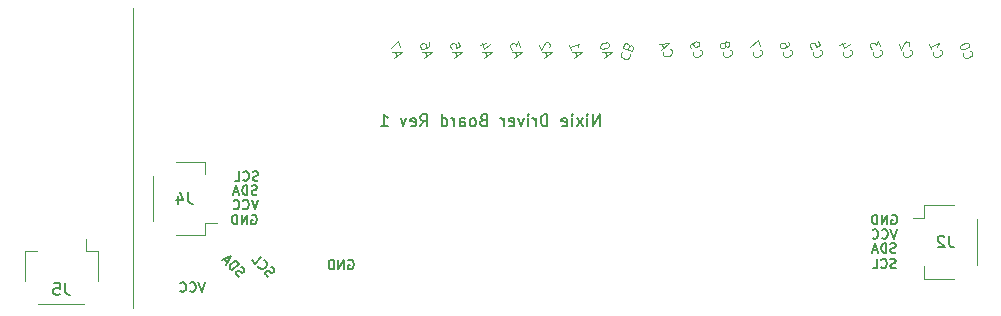
<source format=gbr>
%TF.GenerationSoftware,KiCad,Pcbnew,7.0.7*%
%TF.CreationDate,2023-10-03T22:28:34+01:00*%
%TF.ProjectId,nixie-controller-breakaway,6e697869-652d-4636-9f6e-74726f6c6c65,rev?*%
%TF.SameCoordinates,Original*%
%TF.FileFunction,Legend,Bot*%
%TF.FilePolarity,Positive*%
%FSLAX46Y46*%
G04 Gerber Fmt 4.6, Leading zero omitted, Abs format (unit mm)*
G04 Created by KiCad (PCBNEW 7.0.7) date 2023-10-03 22:28:34*
%MOMM*%
%LPD*%
G01*
G04 APERTURE LIST*
%ADD10C,0.120000*%
%ADD11C,0.100000*%
%ADD12C,0.150000*%
G04 APERTURE END LIST*
D10*
X44750000Y-54750000D02*
X44750000Y-55850000D01*
X44750000Y-55850000D02*
X44750000Y-30500000D01*
D11*
X94719508Y-34209234D02*
X94696740Y-34258061D01*
X94696740Y-34258061D02*
X94700030Y-34378484D01*
X94700030Y-34378484D02*
X94726089Y-34450080D01*
X94726089Y-34450080D02*
X94800975Y-34544444D01*
X94800975Y-34544444D02*
X94898629Y-34589981D01*
X94898629Y-34589981D02*
X94983254Y-34599720D01*
X94983254Y-34599720D02*
X95139474Y-34583401D01*
X95139474Y-34583401D02*
X95246868Y-34544313D01*
X95246868Y-34544313D02*
X95377030Y-34456397D01*
X95377030Y-34456397D02*
X95435596Y-34394541D01*
X95435596Y-34394541D02*
X95481133Y-34296887D01*
X95481133Y-34296887D02*
X95477843Y-34176464D01*
X95477843Y-34176464D02*
X95451784Y-34104868D01*
X95451784Y-34104868D02*
X95376898Y-34010504D01*
X95376898Y-34010504D02*
X95328071Y-33987736D01*
X94921134Y-33649367D02*
X94982991Y-33707933D01*
X94982991Y-33707933D02*
X95031818Y-33730702D01*
X95031818Y-33730702D02*
X95116443Y-33740441D01*
X95116443Y-33740441D02*
X95152241Y-33727412D01*
X95152241Y-33727412D02*
X95210807Y-33665555D01*
X95210807Y-33665555D02*
X95233576Y-33616728D01*
X95233576Y-33616728D02*
X95243315Y-33532103D01*
X95243315Y-33532103D02*
X95191197Y-33388912D01*
X95191197Y-33388912D02*
X95129341Y-33330346D01*
X95129341Y-33330346D02*
X95080514Y-33307577D01*
X95080514Y-33307577D02*
X94995889Y-33297838D01*
X94995889Y-33297838D02*
X94960091Y-33310867D01*
X94960091Y-33310867D02*
X94901525Y-33372724D01*
X94901525Y-33372724D02*
X94878756Y-33421551D01*
X94878756Y-33421551D02*
X94869017Y-33506176D01*
X94869017Y-33506176D02*
X94921134Y-33649367D01*
X94921134Y-33649367D02*
X94911395Y-33733992D01*
X94911395Y-33733992D02*
X94888627Y-33782819D01*
X94888627Y-33782819D02*
X94830060Y-33844676D01*
X94830060Y-33844676D02*
X94686869Y-33896793D01*
X94686869Y-33896793D02*
X94602244Y-33887054D01*
X94602244Y-33887054D02*
X94553417Y-33864286D01*
X94553417Y-33864286D02*
X94491561Y-33805719D01*
X94491561Y-33805719D02*
X94439443Y-33662528D01*
X94439443Y-33662528D02*
X94449182Y-33577903D01*
X94449182Y-33577903D02*
X94471951Y-33529076D01*
X94471951Y-33529076D02*
X94530517Y-33467219D01*
X94530517Y-33467219D02*
X94673708Y-33415102D01*
X94673708Y-33415102D02*
X94758333Y-33424841D01*
X94758333Y-33424841D02*
X94807161Y-33447610D01*
X94807161Y-33447610D02*
X94869017Y-33506176D01*
X99799508Y-34209234D02*
X99776740Y-34258061D01*
X99776740Y-34258061D02*
X99780030Y-34378484D01*
X99780030Y-34378484D02*
X99806089Y-34450080D01*
X99806089Y-34450080D02*
X99880975Y-34544444D01*
X99880975Y-34544444D02*
X99978629Y-34589981D01*
X99978629Y-34589981D02*
X100063254Y-34599720D01*
X100063254Y-34599720D02*
X100219474Y-34583401D01*
X100219474Y-34583401D02*
X100326868Y-34544313D01*
X100326868Y-34544313D02*
X100457030Y-34456397D01*
X100457030Y-34456397D02*
X100515596Y-34394541D01*
X100515596Y-34394541D02*
X100561133Y-34296887D01*
X100561133Y-34296887D02*
X100557843Y-34176464D01*
X100557843Y-34176464D02*
X100531784Y-34104868D01*
X100531784Y-34104868D02*
X100456898Y-34010504D01*
X100456898Y-34010504D02*
X100408071Y-33987736D01*
X100245139Y-33317316D02*
X100297256Y-33460508D01*
X100297256Y-33460508D02*
X100287517Y-33545132D01*
X100287517Y-33545132D02*
X100264748Y-33593960D01*
X100264748Y-33593960D02*
X100183414Y-33704643D01*
X100183414Y-33704643D02*
X100053252Y-33792558D01*
X100053252Y-33792558D02*
X99766869Y-33896793D01*
X99766869Y-33896793D02*
X99682244Y-33887054D01*
X99682244Y-33887054D02*
X99633417Y-33864286D01*
X99633417Y-33864286D02*
X99571561Y-33805719D01*
X99571561Y-33805719D02*
X99519443Y-33662528D01*
X99519443Y-33662528D02*
X99529182Y-33577903D01*
X99529182Y-33577903D02*
X99551951Y-33529076D01*
X99551951Y-33529076D02*
X99610517Y-33467219D01*
X99610517Y-33467219D02*
X99789506Y-33402073D01*
X99789506Y-33402073D02*
X99874131Y-33411812D01*
X99874131Y-33411812D02*
X99922958Y-33434580D01*
X99922958Y-33434580D02*
X99984815Y-33493147D01*
X99984815Y-33493147D02*
X100036932Y-33636338D01*
X100036932Y-33636338D02*
X100027193Y-33720963D01*
X100027193Y-33720963D02*
X100004425Y-33769790D01*
X100004425Y-33769790D02*
X99945858Y-33831646D01*
D12*
X84269695Y-40485219D02*
X84269695Y-39485219D01*
X84269695Y-39485219D02*
X83698267Y-40485219D01*
X83698267Y-40485219D02*
X83698267Y-39485219D01*
X83222076Y-40485219D02*
X83222076Y-39818552D01*
X83222076Y-39485219D02*
X83269695Y-39532838D01*
X83269695Y-39532838D02*
X83222076Y-39580457D01*
X83222076Y-39580457D02*
X83174457Y-39532838D01*
X83174457Y-39532838D02*
X83222076Y-39485219D01*
X83222076Y-39485219D02*
X83222076Y-39580457D01*
X82841124Y-40485219D02*
X82317315Y-39818552D01*
X82841124Y-39818552D02*
X82317315Y-40485219D01*
X81936362Y-40485219D02*
X81936362Y-39818552D01*
X81936362Y-39485219D02*
X81983981Y-39532838D01*
X81983981Y-39532838D02*
X81936362Y-39580457D01*
X81936362Y-39580457D02*
X81888743Y-39532838D01*
X81888743Y-39532838D02*
X81936362Y-39485219D01*
X81936362Y-39485219D02*
X81936362Y-39580457D01*
X81079220Y-40437600D02*
X81174458Y-40485219D01*
X81174458Y-40485219D02*
X81364934Y-40485219D01*
X81364934Y-40485219D02*
X81460172Y-40437600D01*
X81460172Y-40437600D02*
X81507791Y-40342361D01*
X81507791Y-40342361D02*
X81507791Y-39961409D01*
X81507791Y-39961409D02*
X81460172Y-39866171D01*
X81460172Y-39866171D02*
X81364934Y-39818552D01*
X81364934Y-39818552D02*
X81174458Y-39818552D01*
X81174458Y-39818552D02*
X81079220Y-39866171D01*
X81079220Y-39866171D02*
X81031601Y-39961409D01*
X81031601Y-39961409D02*
X81031601Y-40056647D01*
X81031601Y-40056647D02*
X81507791Y-40151885D01*
X79841124Y-40485219D02*
X79841124Y-39485219D01*
X79841124Y-39485219D02*
X79603029Y-39485219D01*
X79603029Y-39485219D02*
X79460172Y-39532838D01*
X79460172Y-39532838D02*
X79364934Y-39628076D01*
X79364934Y-39628076D02*
X79317315Y-39723314D01*
X79317315Y-39723314D02*
X79269696Y-39913790D01*
X79269696Y-39913790D02*
X79269696Y-40056647D01*
X79269696Y-40056647D02*
X79317315Y-40247123D01*
X79317315Y-40247123D02*
X79364934Y-40342361D01*
X79364934Y-40342361D02*
X79460172Y-40437600D01*
X79460172Y-40437600D02*
X79603029Y-40485219D01*
X79603029Y-40485219D02*
X79841124Y-40485219D01*
X78841124Y-40485219D02*
X78841124Y-39818552D01*
X78841124Y-40009028D02*
X78793505Y-39913790D01*
X78793505Y-39913790D02*
X78745886Y-39866171D01*
X78745886Y-39866171D02*
X78650648Y-39818552D01*
X78650648Y-39818552D02*
X78555410Y-39818552D01*
X78222076Y-40485219D02*
X78222076Y-39818552D01*
X78222076Y-39485219D02*
X78269695Y-39532838D01*
X78269695Y-39532838D02*
X78222076Y-39580457D01*
X78222076Y-39580457D02*
X78174457Y-39532838D01*
X78174457Y-39532838D02*
X78222076Y-39485219D01*
X78222076Y-39485219D02*
X78222076Y-39580457D01*
X77841124Y-39818552D02*
X77603029Y-40485219D01*
X77603029Y-40485219D02*
X77364934Y-39818552D01*
X76603029Y-40437600D02*
X76698267Y-40485219D01*
X76698267Y-40485219D02*
X76888743Y-40485219D01*
X76888743Y-40485219D02*
X76983981Y-40437600D01*
X76983981Y-40437600D02*
X77031600Y-40342361D01*
X77031600Y-40342361D02*
X77031600Y-39961409D01*
X77031600Y-39961409D02*
X76983981Y-39866171D01*
X76983981Y-39866171D02*
X76888743Y-39818552D01*
X76888743Y-39818552D02*
X76698267Y-39818552D01*
X76698267Y-39818552D02*
X76603029Y-39866171D01*
X76603029Y-39866171D02*
X76555410Y-39961409D01*
X76555410Y-39961409D02*
X76555410Y-40056647D01*
X76555410Y-40056647D02*
X77031600Y-40151885D01*
X76126838Y-40485219D02*
X76126838Y-39818552D01*
X76126838Y-40009028D02*
X76079219Y-39913790D01*
X76079219Y-39913790D02*
X76031600Y-39866171D01*
X76031600Y-39866171D02*
X75936362Y-39818552D01*
X75936362Y-39818552D02*
X75841124Y-39818552D01*
X74412552Y-39961409D02*
X74269695Y-40009028D01*
X74269695Y-40009028D02*
X74222076Y-40056647D01*
X74222076Y-40056647D02*
X74174457Y-40151885D01*
X74174457Y-40151885D02*
X74174457Y-40294742D01*
X74174457Y-40294742D02*
X74222076Y-40389980D01*
X74222076Y-40389980D02*
X74269695Y-40437600D01*
X74269695Y-40437600D02*
X74364933Y-40485219D01*
X74364933Y-40485219D02*
X74745885Y-40485219D01*
X74745885Y-40485219D02*
X74745885Y-39485219D01*
X74745885Y-39485219D02*
X74412552Y-39485219D01*
X74412552Y-39485219D02*
X74317314Y-39532838D01*
X74317314Y-39532838D02*
X74269695Y-39580457D01*
X74269695Y-39580457D02*
X74222076Y-39675695D01*
X74222076Y-39675695D02*
X74222076Y-39770933D01*
X74222076Y-39770933D02*
X74269695Y-39866171D01*
X74269695Y-39866171D02*
X74317314Y-39913790D01*
X74317314Y-39913790D02*
X74412552Y-39961409D01*
X74412552Y-39961409D02*
X74745885Y-39961409D01*
X73603028Y-40485219D02*
X73698266Y-40437600D01*
X73698266Y-40437600D02*
X73745885Y-40389980D01*
X73745885Y-40389980D02*
X73793504Y-40294742D01*
X73793504Y-40294742D02*
X73793504Y-40009028D01*
X73793504Y-40009028D02*
X73745885Y-39913790D01*
X73745885Y-39913790D02*
X73698266Y-39866171D01*
X73698266Y-39866171D02*
X73603028Y-39818552D01*
X73603028Y-39818552D02*
X73460171Y-39818552D01*
X73460171Y-39818552D02*
X73364933Y-39866171D01*
X73364933Y-39866171D02*
X73317314Y-39913790D01*
X73317314Y-39913790D02*
X73269695Y-40009028D01*
X73269695Y-40009028D02*
X73269695Y-40294742D01*
X73269695Y-40294742D02*
X73317314Y-40389980D01*
X73317314Y-40389980D02*
X73364933Y-40437600D01*
X73364933Y-40437600D02*
X73460171Y-40485219D01*
X73460171Y-40485219D02*
X73603028Y-40485219D01*
X72412552Y-40485219D02*
X72412552Y-39961409D01*
X72412552Y-39961409D02*
X72460171Y-39866171D01*
X72460171Y-39866171D02*
X72555409Y-39818552D01*
X72555409Y-39818552D02*
X72745885Y-39818552D01*
X72745885Y-39818552D02*
X72841123Y-39866171D01*
X72412552Y-40437600D02*
X72507790Y-40485219D01*
X72507790Y-40485219D02*
X72745885Y-40485219D01*
X72745885Y-40485219D02*
X72841123Y-40437600D01*
X72841123Y-40437600D02*
X72888742Y-40342361D01*
X72888742Y-40342361D02*
X72888742Y-40247123D01*
X72888742Y-40247123D02*
X72841123Y-40151885D01*
X72841123Y-40151885D02*
X72745885Y-40104266D01*
X72745885Y-40104266D02*
X72507790Y-40104266D01*
X72507790Y-40104266D02*
X72412552Y-40056647D01*
X71936361Y-40485219D02*
X71936361Y-39818552D01*
X71936361Y-40009028D02*
X71888742Y-39913790D01*
X71888742Y-39913790D02*
X71841123Y-39866171D01*
X71841123Y-39866171D02*
X71745885Y-39818552D01*
X71745885Y-39818552D02*
X71650647Y-39818552D01*
X70888742Y-40485219D02*
X70888742Y-39485219D01*
X70888742Y-40437600D02*
X70983980Y-40485219D01*
X70983980Y-40485219D02*
X71174456Y-40485219D01*
X71174456Y-40485219D02*
X71269694Y-40437600D01*
X71269694Y-40437600D02*
X71317313Y-40389980D01*
X71317313Y-40389980D02*
X71364932Y-40294742D01*
X71364932Y-40294742D02*
X71364932Y-40009028D01*
X71364932Y-40009028D02*
X71317313Y-39913790D01*
X71317313Y-39913790D02*
X71269694Y-39866171D01*
X71269694Y-39866171D02*
X71174456Y-39818552D01*
X71174456Y-39818552D02*
X70983980Y-39818552D01*
X70983980Y-39818552D02*
X70888742Y-39866171D01*
X69079218Y-40485219D02*
X69412551Y-40009028D01*
X69650646Y-40485219D02*
X69650646Y-39485219D01*
X69650646Y-39485219D02*
X69269694Y-39485219D01*
X69269694Y-39485219D02*
X69174456Y-39532838D01*
X69174456Y-39532838D02*
X69126837Y-39580457D01*
X69126837Y-39580457D02*
X69079218Y-39675695D01*
X69079218Y-39675695D02*
X69079218Y-39818552D01*
X69079218Y-39818552D02*
X69126837Y-39913790D01*
X69126837Y-39913790D02*
X69174456Y-39961409D01*
X69174456Y-39961409D02*
X69269694Y-40009028D01*
X69269694Y-40009028D02*
X69650646Y-40009028D01*
X68269694Y-40437600D02*
X68364932Y-40485219D01*
X68364932Y-40485219D02*
X68555408Y-40485219D01*
X68555408Y-40485219D02*
X68650646Y-40437600D01*
X68650646Y-40437600D02*
X68698265Y-40342361D01*
X68698265Y-40342361D02*
X68698265Y-39961409D01*
X68698265Y-39961409D02*
X68650646Y-39866171D01*
X68650646Y-39866171D02*
X68555408Y-39818552D01*
X68555408Y-39818552D02*
X68364932Y-39818552D01*
X68364932Y-39818552D02*
X68269694Y-39866171D01*
X68269694Y-39866171D02*
X68222075Y-39961409D01*
X68222075Y-39961409D02*
X68222075Y-40056647D01*
X68222075Y-40056647D02*
X68698265Y-40151885D01*
X67888741Y-39818552D02*
X67650646Y-40485219D01*
X67650646Y-40485219D02*
X67412551Y-39818552D01*
X65745884Y-40485219D02*
X66317312Y-40485219D01*
X66031598Y-40485219D02*
X66031598Y-39485219D01*
X66031598Y-39485219D02*
X66126836Y-39628076D01*
X66126836Y-39628076D02*
X66222074Y-39723314D01*
X66222074Y-39723314D02*
X66317312Y-39770933D01*
D11*
X104879508Y-34209234D02*
X104856740Y-34258061D01*
X104856740Y-34258061D02*
X104860030Y-34378484D01*
X104860030Y-34378484D02*
X104886089Y-34450080D01*
X104886089Y-34450080D02*
X104960975Y-34544444D01*
X104960975Y-34544444D02*
X105058629Y-34589981D01*
X105058629Y-34589981D02*
X105143254Y-34599720D01*
X105143254Y-34599720D02*
X105299474Y-34583401D01*
X105299474Y-34583401D02*
X105406868Y-34544313D01*
X105406868Y-34544313D02*
X105537030Y-34456397D01*
X105537030Y-34456397D02*
X105595596Y-34394541D01*
X105595596Y-34394541D02*
X105641133Y-34296887D01*
X105641133Y-34296887D02*
X105637843Y-34176464D01*
X105637843Y-34176464D02*
X105611784Y-34104868D01*
X105611784Y-34104868D02*
X105536898Y-34010504D01*
X105536898Y-34010504D02*
X105488071Y-33987736D01*
X105074554Y-33408522D02*
X104573385Y-33590932D01*
X105426083Y-33483276D02*
X104954263Y-33857705D01*
X104954263Y-33857705D02*
X104784881Y-33392334D01*
D12*
X109348935Y-52456200D02*
X109234649Y-52494295D01*
X109234649Y-52494295D02*
X109044173Y-52494295D01*
X109044173Y-52494295D02*
X108967982Y-52456200D01*
X108967982Y-52456200D02*
X108929887Y-52418104D01*
X108929887Y-52418104D02*
X108891792Y-52341914D01*
X108891792Y-52341914D02*
X108891792Y-52265723D01*
X108891792Y-52265723D02*
X108929887Y-52189533D01*
X108929887Y-52189533D02*
X108967982Y-52151438D01*
X108967982Y-52151438D02*
X109044173Y-52113342D01*
X109044173Y-52113342D02*
X109196554Y-52075247D01*
X109196554Y-52075247D02*
X109272744Y-52037152D01*
X109272744Y-52037152D02*
X109310839Y-51999057D01*
X109310839Y-51999057D02*
X109348935Y-51922866D01*
X109348935Y-51922866D02*
X109348935Y-51846676D01*
X109348935Y-51846676D02*
X109310839Y-51770485D01*
X109310839Y-51770485D02*
X109272744Y-51732390D01*
X109272744Y-51732390D02*
X109196554Y-51694295D01*
X109196554Y-51694295D02*
X109006077Y-51694295D01*
X109006077Y-51694295D02*
X108891792Y-51732390D01*
X108091791Y-52418104D02*
X108129887Y-52456200D01*
X108129887Y-52456200D02*
X108244172Y-52494295D01*
X108244172Y-52494295D02*
X108320363Y-52494295D01*
X108320363Y-52494295D02*
X108434649Y-52456200D01*
X108434649Y-52456200D02*
X108510839Y-52380009D01*
X108510839Y-52380009D02*
X108548934Y-52303819D01*
X108548934Y-52303819D02*
X108587030Y-52151438D01*
X108587030Y-52151438D02*
X108587030Y-52037152D01*
X108587030Y-52037152D02*
X108548934Y-51884771D01*
X108548934Y-51884771D02*
X108510839Y-51808580D01*
X108510839Y-51808580D02*
X108434649Y-51732390D01*
X108434649Y-51732390D02*
X108320363Y-51694295D01*
X108320363Y-51694295D02*
X108244172Y-51694295D01*
X108244172Y-51694295D02*
X108129887Y-51732390D01*
X108129887Y-51732390D02*
X108091791Y-51770485D01*
X107367982Y-52494295D02*
X107748934Y-52494295D01*
X107748934Y-52494295D02*
X107748934Y-51694295D01*
D11*
X102339508Y-34209234D02*
X102316740Y-34258061D01*
X102316740Y-34258061D02*
X102320030Y-34378484D01*
X102320030Y-34378484D02*
X102346089Y-34450080D01*
X102346089Y-34450080D02*
X102420975Y-34544444D01*
X102420975Y-34544444D02*
X102518629Y-34589981D01*
X102518629Y-34589981D02*
X102603254Y-34599720D01*
X102603254Y-34599720D02*
X102759474Y-34583401D01*
X102759474Y-34583401D02*
X102866868Y-34544313D01*
X102866868Y-34544313D02*
X102997030Y-34456397D01*
X102997030Y-34456397D02*
X103055596Y-34394541D01*
X103055596Y-34394541D02*
X103101133Y-34296887D01*
X103101133Y-34296887D02*
X103097843Y-34176464D01*
X103097843Y-34176464D02*
X103071784Y-34104868D01*
X103071784Y-34104868D02*
X102996898Y-34010504D01*
X102996898Y-34010504D02*
X102948071Y-33987736D01*
X102772109Y-33281518D02*
X102902403Y-33639497D01*
X102902403Y-33639497D02*
X102557454Y-33805588D01*
X102557454Y-33805588D02*
X102580222Y-33756761D01*
X102580222Y-33756761D02*
X102589962Y-33672136D01*
X102589962Y-33672136D02*
X102524815Y-33493147D01*
X102524815Y-33493147D02*
X102462958Y-33434580D01*
X102462958Y-33434580D02*
X102414131Y-33411812D01*
X102414131Y-33411812D02*
X102329506Y-33402073D01*
X102329506Y-33402073D02*
X102150517Y-33467219D01*
X102150517Y-33467219D02*
X102091951Y-33529076D01*
X102091951Y-33529076D02*
X102069182Y-33577903D01*
X102069182Y-33577903D02*
X102059443Y-33662528D01*
X102059443Y-33662528D02*
X102124590Y-33841517D01*
X102124590Y-33841517D02*
X102186446Y-33900083D01*
X102186446Y-33900083D02*
X102235274Y-33922852D01*
X74692537Y-34568792D02*
X74562244Y-34210814D01*
X74503809Y-34718563D02*
X75164357Y-34194363D01*
X75164357Y-34194363D02*
X74321398Y-34217394D01*
X74614098Y-33462218D02*
X74112929Y-33644629D01*
X74965627Y-33536973D02*
X74493807Y-33911402D01*
X74493807Y-33911402D02*
X74324425Y-33446030D01*
D12*
X56224152Y-53220788D02*
X56116402Y-53166913D01*
X56116402Y-53166913D02*
X55981715Y-53032226D01*
X55981715Y-53032226D02*
X55954778Y-52951414D01*
X55954778Y-52951414D02*
X55954778Y-52897539D01*
X55954778Y-52897539D02*
X55981715Y-52816727D01*
X55981715Y-52816727D02*
X56035590Y-52762852D01*
X56035590Y-52762852D02*
X56116402Y-52735915D01*
X56116402Y-52735915D02*
X56170277Y-52735915D01*
X56170277Y-52735915D02*
X56251089Y-52762852D01*
X56251089Y-52762852D02*
X56385776Y-52843664D01*
X56385776Y-52843664D02*
X56466588Y-52870602D01*
X56466588Y-52870602D02*
X56520463Y-52870602D01*
X56520463Y-52870602D02*
X56601275Y-52843664D01*
X56601275Y-52843664D02*
X56655150Y-52789789D01*
X56655150Y-52789789D02*
X56682088Y-52708977D01*
X56682088Y-52708977D02*
X56682088Y-52655102D01*
X56682088Y-52655102D02*
X56655150Y-52574290D01*
X56655150Y-52574290D02*
X56520463Y-52439603D01*
X56520463Y-52439603D02*
X56412714Y-52385728D01*
X55362155Y-52304916D02*
X55362155Y-52358791D01*
X55362155Y-52358791D02*
X55416030Y-52466540D01*
X55416030Y-52466540D02*
X55469904Y-52520415D01*
X55469904Y-52520415D02*
X55577654Y-52574290D01*
X55577654Y-52574290D02*
X55685404Y-52574290D01*
X55685404Y-52574290D02*
X55766216Y-52547353D01*
X55766216Y-52547353D02*
X55900903Y-52466540D01*
X55900903Y-52466540D02*
X55981715Y-52385728D01*
X55981715Y-52385728D02*
X56062527Y-52251041D01*
X56062527Y-52251041D02*
X56089465Y-52170229D01*
X56089465Y-52170229D02*
X56089465Y-52062479D01*
X56089465Y-52062479D02*
X56035590Y-51954730D01*
X56035590Y-51954730D02*
X55981715Y-51900855D01*
X55981715Y-51900855D02*
X55873965Y-51846980D01*
X55873965Y-51846980D02*
X55820091Y-51846980D01*
X54796469Y-51846980D02*
X55065843Y-52116354D01*
X55065843Y-52116354D02*
X55631529Y-51550669D01*
D11*
X82312537Y-34568792D02*
X82182244Y-34210814D01*
X82123809Y-34718563D02*
X82784357Y-34194363D01*
X82784357Y-34194363D02*
X81941398Y-34217394D01*
X81706870Y-33573034D02*
X81863222Y-34002607D01*
X81785046Y-33787820D02*
X82536800Y-33514204D01*
X82536800Y-33514204D02*
X82455465Y-33624888D01*
X82455465Y-33624888D02*
X82409928Y-33722542D01*
X82409928Y-33722542D02*
X82400189Y-33807167D01*
D12*
X50825125Y-53694295D02*
X50558458Y-54494295D01*
X50558458Y-54494295D02*
X50291792Y-53694295D01*
X49567982Y-54418104D02*
X49606078Y-54456200D01*
X49606078Y-54456200D02*
X49720363Y-54494295D01*
X49720363Y-54494295D02*
X49796554Y-54494295D01*
X49796554Y-54494295D02*
X49910840Y-54456200D01*
X49910840Y-54456200D02*
X49987030Y-54380009D01*
X49987030Y-54380009D02*
X50025125Y-54303819D01*
X50025125Y-54303819D02*
X50063221Y-54151438D01*
X50063221Y-54151438D02*
X50063221Y-54037152D01*
X50063221Y-54037152D02*
X50025125Y-53884771D01*
X50025125Y-53884771D02*
X49987030Y-53808580D01*
X49987030Y-53808580D02*
X49910840Y-53732390D01*
X49910840Y-53732390D02*
X49796554Y-53694295D01*
X49796554Y-53694295D02*
X49720363Y-53694295D01*
X49720363Y-53694295D02*
X49606078Y-53732390D01*
X49606078Y-53732390D02*
X49567982Y-53770485D01*
X48767982Y-54418104D02*
X48806078Y-54456200D01*
X48806078Y-54456200D02*
X48920363Y-54494295D01*
X48920363Y-54494295D02*
X48996554Y-54494295D01*
X48996554Y-54494295D02*
X49110840Y-54456200D01*
X49110840Y-54456200D02*
X49187030Y-54380009D01*
X49187030Y-54380009D02*
X49225125Y-54303819D01*
X49225125Y-54303819D02*
X49263221Y-54151438D01*
X49263221Y-54151438D02*
X49263221Y-54037152D01*
X49263221Y-54037152D02*
X49225125Y-53884771D01*
X49225125Y-53884771D02*
X49187030Y-53808580D01*
X49187030Y-53808580D02*
X49110840Y-53732390D01*
X49110840Y-53732390D02*
X48996554Y-53694295D01*
X48996554Y-53694295D02*
X48920363Y-53694295D01*
X48920363Y-53694295D02*
X48806078Y-53732390D01*
X48806078Y-53732390D02*
X48767982Y-53770485D01*
X53724152Y-53220788D02*
X53616402Y-53166913D01*
X53616402Y-53166913D02*
X53481715Y-53032226D01*
X53481715Y-53032226D02*
X53454778Y-52951414D01*
X53454778Y-52951414D02*
X53454778Y-52897539D01*
X53454778Y-52897539D02*
X53481715Y-52816727D01*
X53481715Y-52816727D02*
X53535590Y-52762852D01*
X53535590Y-52762852D02*
X53616402Y-52735915D01*
X53616402Y-52735915D02*
X53670277Y-52735915D01*
X53670277Y-52735915D02*
X53751089Y-52762852D01*
X53751089Y-52762852D02*
X53885776Y-52843664D01*
X53885776Y-52843664D02*
X53966588Y-52870602D01*
X53966588Y-52870602D02*
X54020463Y-52870602D01*
X54020463Y-52870602D02*
X54101275Y-52843664D01*
X54101275Y-52843664D02*
X54155150Y-52789789D01*
X54155150Y-52789789D02*
X54182088Y-52708977D01*
X54182088Y-52708977D02*
X54182088Y-52655102D01*
X54182088Y-52655102D02*
X54155150Y-52574290D01*
X54155150Y-52574290D02*
X54020463Y-52439603D01*
X54020463Y-52439603D02*
X53912714Y-52385728D01*
X53131529Y-52682040D02*
X53697214Y-52116354D01*
X53697214Y-52116354D02*
X53562527Y-51981667D01*
X53562527Y-51981667D02*
X53454778Y-51927792D01*
X53454778Y-51927792D02*
X53347028Y-51927792D01*
X53347028Y-51927792D02*
X53266216Y-51954730D01*
X53266216Y-51954730D02*
X53131529Y-52035542D01*
X53131529Y-52035542D02*
X53050717Y-52116354D01*
X53050717Y-52116354D02*
X52969904Y-52251041D01*
X52969904Y-52251041D02*
X52942967Y-52331853D01*
X52942967Y-52331853D02*
X52942967Y-52439603D01*
X52942967Y-52439603D02*
X52996842Y-52547353D01*
X52996842Y-52547353D02*
X53131529Y-52682040D01*
X52754405Y-51981667D02*
X52485031Y-51712293D01*
X52646656Y-52197166D02*
X53023779Y-51442919D01*
X53023779Y-51442919D02*
X52269532Y-51820043D01*
D11*
X86188988Y-34182048D02*
X86140161Y-34204816D01*
X86140161Y-34204816D02*
X86065275Y-34299180D01*
X86065275Y-34299180D02*
X86039217Y-34370776D01*
X86039217Y-34370776D02*
X86035927Y-34491199D01*
X86035927Y-34491199D02*
X86081463Y-34588853D01*
X86081463Y-34588853D02*
X86140030Y-34650710D01*
X86140030Y-34650710D02*
X86270192Y-34738625D01*
X86270192Y-34738625D02*
X86377585Y-34777713D01*
X86377585Y-34777713D02*
X86533806Y-34794032D01*
X86533806Y-34794032D02*
X86618431Y-34784293D01*
X86618431Y-34784293D02*
X86716085Y-34738756D01*
X86716085Y-34738756D02*
X86790971Y-34644392D01*
X86790971Y-34644392D02*
X86817030Y-34572797D01*
X86817030Y-34572797D02*
X86820320Y-34452374D01*
X86820320Y-34452374D02*
X86797551Y-34403547D01*
X86719638Y-33726547D02*
X86722928Y-33606124D01*
X86722928Y-33606124D02*
X86700160Y-33557297D01*
X86700160Y-33557297D02*
X86641594Y-33495441D01*
X86641594Y-33495441D02*
X86534200Y-33456352D01*
X86534200Y-33456352D02*
X86449575Y-33466092D01*
X86449575Y-33466092D02*
X86400748Y-33488860D01*
X86400748Y-33488860D02*
X86338892Y-33547426D01*
X86338892Y-33547426D02*
X86234657Y-33833809D01*
X86234657Y-33833809D02*
X86986411Y-34107425D01*
X86986411Y-34107425D02*
X87077616Y-33856840D01*
X87077616Y-33856840D02*
X87067877Y-33772215D01*
X87067877Y-33772215D02*
X87045109Y-33723388D01*
X87045109Y-33723388D02*
X86986542Y-33661532D01*
X86986542Y-33661532D02*
X86914947Y-33635473D01*
X86914947Y-33635473D02*
X86830322Y-33645212D01*
X86830322Y-33645212D02*
X86781495Y-33667981D01*
X86781495Y-33667981D02*
X86719638Y-33726547D01*
X86719638Y-33726547D02*
X86628433Y-33977132D01*
D12*
X55325125Y-46694295D02*
X55058458Y-47494295D01*
X55058458Y-47494295D02*
X54791792Y-46694295D01*
X54067982Y-47418104D02*
X54106078Y-47456200D01*
X54106078Y-47456200D02*
X54220363Y-47494295D01*
X54220363Y-47494295D02*
X54296554Y-47494295D01*
X54296554Y-47494295D02*
X54410840Y-47456200D01*
X54410840Y-47456200D02*
X54487030Y-47380009D01*
X54487030Y-47380009D02*
X54525125Y-47303819D01*
X54525125Y-47303819D02*
X54563221Y-47151438D01*
X54563221Y-47151438D02*
X54563221Y-47037152D01*
X54563221Y-47037152D02*
X54525125Y-46884771D01*
X54525125Y-46884771D02*
X54487030Y-46808580D01*
X54487030Y-46808580D02*
X54410840Y-46732390D01*
X54410840Y-46732390D02*
X54296554Y-46694295D01*
X54296554Y-46694295D02*
X54220363Y-46694295D01*
X54220363Y-46694295D02*
X54106078Y-46732390D01*
X54106078Y-46732390D02*
X54067982Y-46770485D01*
X53267982Y-47418104D02*
X53306078Y-47456200D01*
X53306078Y-47456200D02*
X53420363Y-47494295D01*
X53420363Y-47494295D02*
X53496554Y-47494295D01*
X53496554Y-47494295D02*
X53610840Y-47456200D01*
X53610840Y-47456200D02*
X53687030Y-47380009D01*
X53687030Y-47380009D02*
X53725125Y-47303819D01*
X53725125Y-47303819D02*
X53763221Y-47151438D01*
X53763221Y-47151438D02*
X53763221Y-47037152D01*
X53763221Y-47037152D02*
X53725125Y-46884771D01*
X53725125Y-46884771D02*
X53687030Y-46808580D01*
X53687030Y-46808580D02*
X53610840Y-46732390D01*
X53610840Y-46732390D02*
X53496554Y-46694295D01*
X53496554Y-46694295D02*
X53420363Y-46694295D01*
X53420363Y-46694295D02*
X53306078Y-46732390D01*
X53306078Y-46732390D02*
X53267982Y-46770485D01*
D11*
X89626479Y-34173437D02*
X89603711Y-34222264D01*
X89603711Y-34222264D02*
X89607001Y-34342687D01*
X89607001Y-34342687D02*
X89633059Y-34414282D01*
X89633059Y-34414282D02*
X89707945Y-34508646D01*
X89707945Y-34508646D02*
X89805600Y-34554183D01*
X89805600Y-34554183D02*
X89890225Y-34563922D01*
X89890225Y-34563922D02*
X90046445Y-34547603D01*
X90046445Y-34547603D02*
X90153839Y-34508515D01*
X90153839Y-34508515D02*
X90284001Y-34420600D01*
X90284001Y-34420600D02*
X90342567Y-34358743D01*
X90342567Y-34358743D02*
X90388104Y-34261089D01*
X90388104Y-34261089D02*
X90384814Y-34140666D01*
X90384814Y-34140666D02*
X90358755Y-34069071D01*
X90358755Y-34069071D02*
X90283869Y-33974706D01*
X90283869Y-33974706D02*
X90235042Y-33951938D01*
X89665436Y-33834937D02*
X89535142Y-33476959D01*
X89476707Y-33984709D02*
X90137256Y-33460508D01*
X90137256Y-33460508D02*
X89294297Y-33483539D01*
X112499508Y-34209234D02*
X112476740Y-34258061D01*
X112476740Y-34258061D02*
X112480030Y-34378484D01*
X112480030Y-34378484D02*
X112506089Y-34450080D01*
X112506089Y-34450080D02*
X112580975Y-34544444D01*
X112580975Y-34544444D02*
X112678629Y-34589981D01*
X112678629Y-34589981D02*
X112763254Y-34599720D01*
X112763254Y-34599720D02*
X112919474Y-34583401D01*
X112919474Y-34583401D02*
X113026868Y-34544313D01*
X113026868Y-34544313D02*
X113157030Y-34456397D01*
X113157030Y-34456397D02*
X113215596Y-34394541D01*
X113215596Y-34394541D02*
X113261133Y-34296887D01*
X113261133Y-34296887D02*
X113257843Y-34176464D01*
X113257843Y-34176464D02*
X113231784Y-34104868D01*
X113231784Y-34104868D02*
X113156898Y-34010504D01*
X113156898Y-34010504D02*
X113108071Y-33987736D01*
X112167326Y-33519337D02*
X112323678Y-33948911D01*
X112245502Y-33734124D02*
X112997256Y-33460508D01*
X112997256Y-33460508D02*
X112915921Y-33571191D01*
X112915921Y-33571191D02*
X112870384Y-33668845D01*
X112870384Y-33668845D02*
X112860645Y-33753470D01*
X115039508Y-34310834D02*
X115016740Y-34359661D01*
X115016740Y-34359661D02*
X115020030Y-34480084D01*
X115020030Y-34480084D02*
X115046089Y-34551680D01*
X115046089Y-34551680D02*
X115120975Y-34646044D01*
X115120975Y-34646044D02*
X115218629Y-34691581D01*
X115218629Y-34691581D02*
X115303254Y-34701320D01*
X115303254Y-34701320D02*
X115459474Y-34685001D01*
X115459474Y-34685001D02*
X115566868Y-34645913D01*
X115566868Y-34645913D02*
X115697030Y-34557997D01*
X115697030Y-34557997D02*
X115755596Y-34496141D01*
X115755596Y-34496141D02*
X115801133Y-34398487D01*
X115801133Y-34398487D02*
X115797843Y-34278064D01*
X115797843Y-34278064D02*
X115771784Y-34206468D01*
X115771784Y-34206468D02*
X115696898Y-34112104D01*
X115696898Y-34112104D02*
X115648071Y-34089336D01*
X115550285Y-33597905D02*
X115524227Y-33526310D01*
X115524227Y-33526310D02*
X115462370Y-33467743D01*
X115462370Y-33467743D02*
X115413543Y-33444975D01*
X115413543Y-33444975D02*
X115328918Y-33435236D01*
X115328918Y-33435236D02*
X115172698Y-33451555D01*
X115172698Y-33451555D02*
X114993708Y-33516702D01*
X114993708Y-33516702D02*
X114863547Y-33604617D01*
X114863547Y-33604617D02*
X114804980Y-33666474D01*
X114804980Y-33666474D02*
X114782212Y-33715301D01*
X114782212Y-33715301D02*
X114772473Y-33799926D01*
X114772473Y-33799926D02*
X114798531Y-33871521D01*
X114798531Y-33871521D02*
X114860388Y-33930088D01*
X114860388Y-33930088D02*
X114909215Y-33952856D01*
X114909215Y-33952856D02*
X114993840Y-33962595D01*
X114993840Y-33962595D02*
X115150060Y-33946276D01*
X115150060Y-33946276D02*
X115329050Y-33881129D01*
X115329050Y-33881129D02*
X115459211Y-33793214D01*
X115459211Y-33793214D02*
X115517778Y-33731357D01*
X115517778Y-33731357D02*
X115540546Y-33682530D01*
X115540546Y-33682530D02*
X115550285Y-33597905D01*
X69612537Y-34568792D02*
X69482244Y-34210814D01*
X69423809Y-34718563D02*
X70084357Y-34194363D01*
X70084357Y-34194363D02*
X69241398Y-34217394D01*
X69784683Y-33371013D02*
X69836800Y-33514204D01*
X69836800Y-33514204D02*
X69827061Y-33598829D01*
X69827061Y-33598829D02*
X69804292Y-33647656D01*
X69804292Y-33647656D02*
X69722958Y-33758340D01*
X69722958Y-33758340D02*
X69592796Y-33846255D01*
X69592796Y-33846255D02*
X69306413Y-33950490D01*
X69306413Y-33950490D02*
X69221788Y-33940751D01*
X69221788Y-33940751D02*
X69172961Y-33917982D01*
X69172961Y-33917982D02*
X69111105Y-33859416D01*
X69111105Y-33859416D02*
X69058987Y-33716225D01*
X69058987Y-33716225D02*
X69068726Y-33631600D01*
X69068726Y-33631600D02*
X69091495Y-33582773D01*
X69091495Y-33582773D02*
X69150061Y-33520916D01*
X69150061Y-33520916D02*
X69329050Y-33455770D01*
X69329050Y-33455770D02*
X69413675Y-33465509D01*
X69413675Y-33465509D02*
X69462502Y-33488277D01*
X69462502Y-33488277D02*
X69524359Y-33546843D01*
X69524359Y-33546843D02*
X69576476Y-33690035D01*
X69576476Y-33690035D02*
X69566737Y-33774660D01*
X69566737Y-33774660D02*
X69543969Y-33823487D01*
X69543969Y-33823487D02*
X69485402Y-33885343D01*
X72152537Y-34568792D02*
X72022244Y-34210814D01*
X71963809Y-34718563D02*
X72624357Y-34194363D01*
X72624357Y-34194363D02*
X71781398Y-34217394D01*
X72311653Y-33335215D02*
X72441947Y-33693193D01*
X72441947Y-33693193D02*
X72096998Y-33859285D01*
X72096998Y-33859285D02*
X72119766Y-33810457D01*
X72119766Y-33810457D02*
X72129506Y-33725833D01*
X72129506Y-33725833D02*
X72064359Y-33546843D01*
X72064359Y-33546843D02*
X72002502Y-33488277D01*
X72002502Y-33488277D02*
X71953675Y-33465509D01*
X71953675Y-33465509D02*
X71869050Y-33455770D01*
X71869050Y-33455770D02*
X71690061Y-33520916D01*
X71690061Y-33520916D02*
X71631495Y-33582773D01*
X71631495Y-33582773D02*
X71608726Y-33631600D01*
X71608726Y-33631600D02*
X71598987Y-33716225D01*
X71598987Y-33716225D02*
X71664134Y-33895214D01*
X71664134Y-33895214D02*
X71725991Y-33953780D01*
X71725991Y-33953780D02*
X71774818Y-33976549D01*
D12*
X62991792Y-51832390D02*
X63067982Y-51794295D01*
X63067982Y-51794295D02*
X63182268Y-51794295D01*
X63182268Y-51794295D02*
X63296554Y-51832390D01*
X63296554Y-51832390D02*
X63372744Y-51908580D01*
X63372744Y-51908580D02*
X63410839Y-51984771D01*
X63410839Y-51984771D02*
X63448935Y-52137152D01*
X63448935Y-52137152D02*
X63448935Y-52251438D01*
X63448935Y-52251438D02*
X63410839Y-52403819D01*
X63410839Y-52403819D02*
X63372744Y-52480009D01*
X63372744Y-52480009D02*
X63296554Y-52556200D01*
X63296554Y-52556200D02*
X63182268Y-52594295D01*
X63182268Y-52594295D02*
X63106077Y-52594295D01*
X63106077Y-52594295D02*
X62991792Y-52556200D01*
X62991792Y-52556200D02*
X62953696Y-52518104D01*
X62953696Y-52518104D02*
X62953696Y-52251438D01*
X62953696Y-52251438D02*
X63106077Y-52251438D01*
X62610839Y-52594295D02*
X62610839Y-51794295D01*
X62610839Y-51794295D02*
X62153696Y-52594295D01*
X62153696Y-52594295D02*
X62153696Y-51794295D01*
X61772744Y-52594295D02*
X61772744Y-51794295D01*
X61772744Y-51794295D02*
X61582268Y-51794295D01*
X61582268Y-51794295D02*
X61467982Y-51832390D01*
X61467982Y-51832390D02*
X61391792Y-51908580D01*
X61391792Y-51908580D02*
X61353697Y-51984771D01*
X61353697Y-51984771D02*
X61315601Y-52137152D01*
X61315601Y-52137152D02*
X61315601Y-52251438D01*
X61315601Y-52251438D02*
X61353697Y-52403819D01*
X61353697Y-52403819D02*
X61391792Y-52480009D01*
X61391792Y-52480009D02*
X61467982Y-52556200D01*
X61467982Y-52556200D02*
X61582268Y-52594295D01*
X61582268Y-52594295D02*
X61772744Y-52594295D01*
D11*
X79772537Y-34568792D02*
X79642244Y-34210814D01*
X79583809Y-34718563D02*
X80244357Y-34194363D01*
X80244357Y-34194363D02*
X79401398Y-34217394D01*
X80003381Y-33755050D02*
X80026149Y-33706223D01*
X80026149Y-33706223D02*
X80035888Y-33621598D01*
X80035888Y-33621598D02*
X79970741Y-33442609D01*
X79970741Y-33442609D02*
X79908885Y-33384042D01*
X79908885Y-33384042D02*
X79860058Y-33361274D01*
X79860058Y-33361274D02*
X79775433Y-33351535D01*
X79775433Y-33351535D02*
X79703837Y-33377594D01*
X79703837Y-33377594D02*
X79609473Y-33452479D01*
X79609473Y-33452479D02*
X79336251Y-34038405D01*
X79336251Y-34038405D02*
X79166870Y-33573034D01*
D12*
X55248935Y-46256200D02*
X55134649Y-46294295D01*
X55134649Y-46294295D02*
X54944173Y-46294295D01*
X54944173Y-46294295D02*
X54867982Y-46256200D01*
X54867982Y-46256200D02*
X54829887Y-46218104D01*
X54829887Y-46218104D02*
X54791792Y-46141914D01*
X54791792Y-46141914D02*
X54791792Y-46065723D01*
X54791792Y-46065723D02*
X54829887Y-45989533D01*
X54829887Y-45989533D02*
X54867982Y-45951438D01*
X54867982Y-45951438D02*
X54944173Y-45913342D01*
X54944173Y-45913342D02*
X55096554Y-45875247D01*
X55096554Y-45875247D02*
X55172744Y-45837152D01*
X55172744Y-45837152D02*
X55210839Y-45799057D01*
X55210839Y-45799057D02*
X55248935Y-45722866D01*
X55248935Y-45722866D02*
X55248935Y-45646676D01*
X55248935Y-45646676D02*
X55210839Y-45570485D01*
X55210839Y-45570485D02*
X55172744Y-45532390D01*
X55172744Y-45532390D02*
X55096554Y-45494295D01*
X55096554Y-45494295D02*
X54906077Y-45494295D01*
X54906077Y-45494295D02*
X54791792Y-45532390D01*
X54448934Y-46294295D02*
X54448934Y-45494295D01*
X54448934Y-45494295D02*
X54258458Y-45494295D01*
X54258458Y-45494295D02*
X54144172Y-45532390D01*
X54144172Y-45532390D02*
X54067982Y-45608580D01*
X54067982Y-45608580D02*
X54029887Y-45684771D01*
X54029887Y-45684771D02*
X53991791Y-45837152D01*
X53991791Y-45837152D02*
X53991791Y-45951438D01*
X53991791Y-45951438D02*
X54029887Y-46103819D01*
X54029887Y-46103819D02*
X54067982Y-46180009D01*
X54067982Y-46180009D02*
X54144172Y-46256200D01*
X54144172Y-46256200D02*
X54258458Y-46294295D01*
X54258458Y-46294295D02*
X54448934Y-46294295D01*
X53687030Y-46065723D02*
X53306077Y-46065723D01*
X53763220Y-46294295D02*
X53496553Y-45494295D01*
X53496553Y-45494295D02*
X53229887Y-46294295D01*
D11*
X109959508Y-34209234D02*
X109936740Y-34258061D01*
X109936740Y-34258061D02*
X109940030Y-34378484D01*
X109940030Y-34378484D02*
X109966089Y-34450080D01*
X109966089Y-34450080D02*
X110040975Y-34544444D01*
X110040975Y-34544444D02*
X110138629Y-34589981D01*
X110138629Y-34589981D02*
X110223254Y-34599720D01*
X110223254Y-34599720D02*
X110379474Y-34583401D01*
X110379474Y-34583401D02*
X110486868Y-34544313D01*
X110486868Y-34544313D02*
X110617030Y-34456397D01*
X110617030Y-34456397D02*
X110675596Y-34394541D01*
X110675596Y-34394541D02*
X110721133Y-34296887D01*
X110721133Y-34296887D02*
X110717843Y-34176464D01*
X110717843Y-34176464D02*
X110691784Y-34104868D01*
X110691784Y-34104868D02*
X110616898Y-34010504D01*
X110616898Y-34010504D02*
X110568071Y-33987736D01*
X110463836Y-33701353D02*
X110486605Y-33652526D01*
X110486605Y-33652526D02*
X110496344Y-33567901D01*
X110496344Y-33567901D02*
X110431197Y-33388912D01*
X110431197Y-33388912D02*
X110369341Y-33330346D01*
X110369341Y-33330346D02*
X110320514Y-33307577D01*
X110320514Y-33307577D02*
X110235889Y-33297838D01*
X110235889Y-33297838D02*
X110164293Y-33323897D01*
X110164293Y-33323897D02*
X110069929Y-33398782D01*
X110069929Y-33398782D02*
X109796707Y-33984708D01*
X109796707Y-33984708D02*
X109627326Y-33519337D01*
D12*
X54791792Y-48032390D02*
X54867982Y-47994295D01*
X54867982Y-47994295D02*
X54982268Y-47994295D01*
X54982268Y-47994295D02*
X55096554Y-48032390D01*
X55096554Y-48032390D02*
X55172744Y-48108580D01*
X55172744Y-48108580D02*
X55210839Y-48184771D01*
X55210839Y-48184771D02*
X55248935Y-48337152D01*
X55248935Y-48337152D02*
X55248935Y-48451438D01*
X55248935Y-48451438D02*
X55210839Y-48603819D01*
X55210839Y-48603819D02*
X55172744Y-48680009D01*
X55172744Y-48680009D02*
X55096554Y-48756200D01*
X55096554Y-48756200D02*
X54982268Y-48794295D01*
X54982268Y-48794295D02*
X54906077Y-48794295D01*
X54906077Y-48794295D02*
X54791792Y-48756200D01*
X54791792Y-48756200D02*
X54753696Y-48718104D01*
X54753696Y-48718104D02*
X54753696Y-48451438D01*
X54753696Y-48451438D02*
X54906077Y-48451438D01*
X54410839Y-48794295D02*
X54410839Y-47994295D01*
X54410839Y-47994295D02*
X53953696Y-48794295D01*
X53953696Y-48794295D02*
X53953696Y-47994295D01*
X53572744Y-48794295D02*
X53572744Y-47994295D01*
X53572744Y-47994295D02*
X53382268Y-47994295D01*
X53382268Y-47994295D02*
X53267982Y-48032390D01*
X53267982Y-48032390D02*
X53191792Y-48108580D01*
X53191792Y-48108580D02*
X53153697Y-48184771D01*
X53153697Y-48184771D02*
X53115601Y-48337152D01*
X53115601Y-48337152D02*
X53115601Y-48451438D01*
X53115601Y-48451438D02*
X53153697Y-48603819D01*
X53153697Y-48603819D02*
X53191792Y-48680009D01*
X53191792Y-48680009D02*
X53267982Y-48756200D01*
X53267982Y-48756200D02*
X53382268Y-48794295D01*
X53382268Y-48794295D02*
X53572744Y-48794295D01*
D11*
X92179508Y-34209234D02*
X92156740Y-34258061D01*
X92156740Y-34258061D02*
X92160030Y-34378484D01*
X92160030Y-34378484D02*
X92186089Y-34450080D01*
X92186089Y-34450080D02*
X92260975Y-34544444D01*
X92260975Y-34544444D02*
X92358629Y-34589981D01*
X92358629Y-34589981D02*
X92443254Y-34599720D01*
X92443254Y-34599720D02*
X92599474Y-34583401D01*
X92599474Y-34583401D02*
X92706868Y-34544313D01*
X92706868Y-34544313D02*
X92837030Y-34456397D01*
X92837030Y-34456397D02*
X92895596Y-34394541D01*
X92895596Y-34394541D02*
X92941133Y-34296887D01*
X92941133Y-34296887D02*
X92937843Y-34176464D01*
X92937843Y-34176464D02*
X92911784Y-34104868D01*
X92911784Y-34104868D02*
X92836898Y-34010504D01*
X92836898Y-34010504D02*
X92788071Y-33987736D01*
X91977619Y-33877315D02*
X91925502Y-33734124D01*
X91925502Y-33734124D02*
X91935241Y-33649499D01*
X91935241Y-33649499D02*
X91958010Y-33600671D01*
X91958010Y-33600671D02*
X92039344Y-33489988D01*
X92039344Y-33489988D02*
X92169506Y-33402073D01*
X92169506Y-33402073D02*
X92455889Y-33297838D01*
X92455889Y-33297838D02*
X92540514Y-33307577D01*
X92540514Y-33307577D02*
X92589341Y-33330346D01*
X92589341Y-33330346D02*
X92651197Y-33388912D01*
X92651197Y-33388912D02*
X92703315Y-33532103D01*
X92703315Y-33532103D02*
X92693576Y-33616728D01*
X92693576Y-33616728D02*
X92670807Y-33665555D01*
X92670807Y-33665555D02*
X92612241Y-33727412D01*
X92612241Y-33727412D02*
X92433252Y-33792558D01*
X92433252Y-33792558D02*
X92348627Y-33782819D01*
X92348627Y-33782819D02*
X92299800Y-33760051D01*
X92299800Y-33760051D02*
X92237943Y-33701485D01*
X92237943Y-33701485D02*
X92185826Y-33558293D01*
X92185826Y-33558293D02*
X92195565Y-33473668D01*
X92195565Y-33473668D02*
X92218333Y-33424841D01*
X92218333Y-33424841D02*
X92276900Y-33362985D01*
D12*
X109425125Y-49194295D02*
X109158458Y-49994295D01*
X109158458Y-49994295D02*
X108891792Y-49194295D01*
X108167982Y-49918104D02*
X108206078Y-49956200D01*
X108206078Y-49956200D02*
X108320363Y-49994295D01*
X108320363Y-49994295D02*
X108396554Y-49994295D01*
X108396554Y-49994295D02*
X108510840Y-49956200D01*
X108510840Y-49956200D02*
X108587030Y-49880009D01*
X108587030Y-49880009D02*
X108625125Y-49803819D01*
X108625125Y-49803819D02*
X108663221Y-49651438D01*
X108663221Y-49651438D02*
X108663221Y-49537152D01*
X108663221Y-49537152D02*
X108625125Y-49384771D01*
X108625125Y-49384771D02*
X108587030Y-49308580D01*
X108587030Y-49308580D02*
X108510840Y-49232390D01*
X108510840Y-49232390D02*
X108396554Y-49194295D01*
X108396554Y-49194295D02*
X108320363Y-49194295D01*
X108320363Y-49194295D02*
X108206078Y-49232390D01*
X108206078Y-49232390D02*
X108167982Y-49270485D01*
X107367982Y-49918104D02*
X107406078Y-49956200D01*
X107406078Y-49956200D02*
X107520363Y-49994295D01*
X107520363Y-49994295D02*
X107596554Y-49994295D01*
X107596554Y-49994295D02*
X107710840Y-49956200D01*
X107710840Y-49956200D02*
X107787030Y-49880009D01*
X107787030Y-49880009D02*
X107825125Y-49803819D01*
X107825125Y-49803819D02*
X107863221Y-49651438D01*
X107863221Y-49651438D02*
X107863221Y-49537152D01*
X107863221Y-49537152D02*
X107825125Y-49384771D01*
X107825125Y-49384771D02*
X107787030Y-49308580D01*
X107787030Y-49308580D02*
X107710840Y-49232390D01*
X107710840Y-49232390D02*
X107596554Y-49194295D01*
X107596554Y-49194295D02*
X107520363Y-49194295D01*
X107520363Y-49194295D02*
X107406078Y-49232390D01*
X107406078Y-49232390D02*
X107367982Y-49270485D01*
D11*
X77232537Y-34568792D02*
X77102244Y-34210814D01*
X77043809Y-34718563D02*
X77704357Y-34194363D01*
X77704357Y-34194363D02*
X76861398Y-34217394D01*
X77548005Y-33764789D02*
X77378624Y-33299417D01*
X77378624Y-33299417D02*
X77183447Y-33654237D01*
X77183447Y-33654237D02*
X77144359Y-33546843D01*
X77144359Y-33546843D02*
X77082502Y-33488277D01*
X77082502Y-33488277D02*
X77033675Y-33465509D01*
X77033675Y-33465509D02*
X76949050Y-33455770D01*
X76949050Y-33455770D02*
X76770061Y-33520916D01*
X76770061Y-33520916D02*
X76711495Y-33582773D01*
X76711495Y-33582773D02*
X76688726Y-33631600D01*
X76688726Y-33631600D02*
X76678987Y-33716225D01*
X76678987Y-33716225D02*
X76757163Y-33931012D01*
X76757163Y-33931012D02*
X76819020Y-33989578D01*
X76819020Y-33989578D02*
X76867847Y-34012346D01*
X107419508Y-34209234D02*
X107396740Y-34258061D01*
X107396740Y-34258061D02*
X107400030Y-34378484D01*
X107400030Y-34378484D02*
X107426089Y-34450080D01*
X107426089Y-34450080D02*
X107500975Y-34544444D01*
X107500975Y-34544444D02*
X107598629Y-34589981D01*
X107598629Y-34589981D02*
X107683254Y-34599720D01*
X107683254Y-34599720D02*
X107839474Y-34583401D01*
X107839474Y-34583401D02*
X107946868Y-34544313D01*
X107946868Y-34544313D02*
X108077030Y-34456397D01*
X108077030Y-34456397D02*
X108135596Y-34394541D01*
X108135596Y-34394541D02*
X108181133Y-34296887D01*
X108181133Y-34296887D02*
X108177843Y-34176464D01*
X108177843Y-34176464D02*
X108151784Y-34104868D01*
X108151784Y-34104868D02*
X108076898Y-34010504D01*
X108076898Y-34010504D02*
X108028071Y-33987736D01*
X108008461Y-33711092D02*
X107839080Y-33245721D01*
X107839080Y-33245721D02*
X107643903Y-33600540D01*
X107643903Y-33600540D02*
X107604815Y-33493147D01*
X107604815Y-33493147D02*
X107542958Y-33434580D01*
X107542958Y-33434580D02*
X107494131Y-33411812D01*
X107494131Y-33411812D02*
X107409506Y-33402073D01*
X107409506Y-33402073D02*
X107230517Y-33467219D01*
X107230517Y-33467219D02*
X107171951Y-33529076D01*
X107171951Y-33529076D02*
X107149182Y-33577903D01*
X107149182Y-33577903D02*
X107139443Y-33662528D01*
X107139443Y-33662528D02*
X107217619Y-33877315D01*
X107217619Y-33877315D02*
X107279476Y-33935881D01*
X107279476Y-33935881D02*
X107328303Y-33958650D01*
X84852537Y-34568792D02*
X84722244Y-34210814D01*
X84663809Y-34718563D02*
X85324357Y-34194363D01*
X85324357Y-34194363D02*
X84481398Y-34217394D01*
X85089829Y-33550002D02*
X85063771Y-33478407D01*
X85063771Y-33478407D02*
X85001914Y-33419840D01*
X85001914Y-33419840D02*
X84953087Y-33397072D01*
X84953087Y-33397072D02*
X84868462Y-33387333D01*
X84868462Y-33387333D02*
X84712242Y-33403652D01*
X84712242Y-33403652D02*
X84533252Y-33468799D01*
X84533252Y-33468799D02*
X84403091Y-33556714D01*
X84403091Y-33556714D02*
X84344524Y-33618571D01*
X84344524Y-33618571D02*
X84321756Y-33667398D01*
X84321756Y-33667398D02*
X84312017Y-33752023D01*
X84312017Y-33752023D02*
X84338075Y-33823618D01*
X84338075Y-33823618D02*
X84399932Y-33882185D01*
X84399932Y-33882185D02*
X84448759Y-33904953D01*
X84448759Y-33904953D02*
X84533384Y-33914692D01*
X84533384Y-33914692D02*
X84689605Y-33898373D01*
X84689605Y-33898373D02*
X84868594Y-33833226D01*
X84868594Y-33833226D02*
X84998756Y-33745311D01*
X84998756Y-33745311D02*
X85057322Y-33683454D01*
X85057322Y-33683454D02*
X85080090Y-33634627D01*
X85080090Y-33634627D02*
X85089829Y-33550002D01*
D12*
X108991792Y-48032390D02*
X109067982Y-47994295D01*
X109067982Y-47994295D02*
X109182268Y-47994295D01*
X109182268Y-47994295D02*
X109296554Y-48032390D01*
X109296554Y-48032390D02*
X109372744Y-48108580D01*
X109372744Y-48108580D02*
X109410839Y-48184771D01*
X109410839Y-48184771D02*
X109448935Y-48337152D01*
X109448935Y-48337152D02*
X109448935Y-48451438D01*
X109448935Y-48451438D02*
X109410839Y-48603819D01*
X109410839Y-48603819D02*
X109372744Y-48680009D01*
X109372744Y-48680009D02*
X109296554Y-48756200D01*
X109296554Y-48756200D02*
X109182268Y-48794295D01*
X109182268Y-48794295D02*
X109106077Y-48794295D01*
X109106077Y-48794295D02*
X108991792Y-48756200D01*
X108991792Y-48756200D02*
X108953696Y-48718104D01*
X108953696Y-48718104D02*
X108953696Y-48451438D01*
X108953696Y-48451438D02*
X109106077Y-48451438D01*
X108610839Y-48794295D02*
X108610839Y-47994295D01*
X108610839Y-47994295D02*
X108153696Y-48794295D01*
X108153696Y-48794295D02*
X108153696Y-47994295D01*
X107772744Y-48794295D02*
X107772744Y-47994295D01*
X107772744Y-47994295D02*
X107582268Y-47994295D01*
X107582268Y-47994295D02*
X107467982Y-48032390D01*
X107467982Y-48032390D02*
X107391792Y-48108580D01*
X107391792Y-48108580D02*
X107353697Y-48184771D01*
X107353697Y-48184771D02*
X107315601Y-48337152D01*
X107315601Y-48337152D02*
X107315601Y-48451438D01*
X107315601Y-48451438D02*
X107353697Y-48603819D01*
X107353697Y-48603819D02*
X107391792Y-48680009D01*
X107391792Y-48680009D02*
X107467982Y-48756200D01*
X107467982Y-48756200D02*
X107582268Y-48794295D01*
X107582268Y-48794295D02*
X107772744Y-48794295D01*
D11*
X97259508Y-34209234D02*
X97236740Y-34258061D01*
X97236740Y-34258061D02*
X97240030Y-34378484D01*
X97240030Y-34378484D02*
X97266089Y-34450080D01*
X97266089Y-34450080D02*
X97340975Y-34544444D01*
X97340975Y-34544444D02*
X97438629Y-34589981D01*
X97438629Y-34589981D02*
X97523254Y-34599720D01*
X97523254Y-34599720D02*
X97679474Y-34583401D01*
X97679474Y-34583401D02*
X97786868Y-34544313D01*
X97786868Y-34544313D02*
X97917030Y-34456397D01*
X97917030Y-34456397D02*
X97975596Y-34394541D01*
X97975596Y-34394541D02*
X98021133Y-34296887D01*
X98021133Y-34296887D02*
X98017843Y-34176464D01*
X98017843Y-34176464D02*
X97991784Y-34104868D01*
X97991784Y-34104868D02*
X97916898Y-34010504D01*
X97916898Y-34010504D02*
X97868071Y-33987736D01*
X97848461Y-33711092D02*
X97666051Y-33209923D01*
X97666051Y-33209923D02*
X97031561Y-33805719D01*
D12*
X55348935Y-45056200D02*
X55234649Y-45094295D01*
X55234649Y-45094295D02*
X55044173Y-45094295D01*
X55044173Y-45094295D02*
X54967982Y-45056200D01*
X54967982Y-45056200D02*
X54929887Y-45018104D01*
X54929887Y-45018104D02*
X54891792Y-44941914D01*
X54891792Y-44941914D02*
X54891792Y-44865723D01*
X54891792Y-44865723D02*
X54929887Y-44789533D01*
X54929887Y-44789533D02*
X54967982Y-44751438D01*
X54967982Y-44751438D02*
X55044173Y-44713342D01*
X55044173Y-44713342D02*
X55196554Y-44675247D01*
X55196554Y-44675247D02*
X55272744Y-44637152D01*
X55272744Y-44637152D02*
X55310839Y-44599057D01*
X55310839Y-44599057D02*
X55348935Y-44522866D01*
X55348935Y-44522866D02*
X55348935Y-44446676D01*
X55348935Y-44446676D02*
X55310839Y-44370485D01*
X55310839Y-44370485D02*
X55272744Y-44332390D01*
X55272744Y-44332390D02*
X55196554Y-44294295D01*
X55196554Y-44294295D02*
X55006077Y-44294295D01*
X55006077Y-44294295D02*
X54891792Y-44332390D01*
X54091791Y-45018104D02*
X54129887Y-45056200D01*
X54129887Y-45056200D02*
X54244172Y-45094295D01*
X54244172Y-45094295D02*
X54320363Y-45094295D01*
X54320363Y-45094295D02*
X54434649Y-45056200D01*
X54434649Y-45056200D02*
X54510839Y-44980009D01*
X54510839Y-44980009D02*
X54548934Y-44903819D01*
X54548934Y-44903819D02*
X54587030Y-44751438D01*
X54587030Y-44751438D02*
X54587030Y-44637152D01*
X54587030Y-44637152D02*
X54548934Y-44484771D01*
X54548934Y-44484771D02*
X54510839Y-44408580D01*
X54510839Y-44408580D02*
X54434649Y-44332390D01*
X54434649Y-44332390D02*
X54320363Y-44294295D01*
X54320363Y-44294295D02*
X54244172Y-44294295D01*
X54244172Y-44294295D02*
X54129887Y-44332390D01*
X54129887Y-44332390D02*
X54091791Y-44370485D01*
X53367982Y-45094295D02*
X53748934Y-45094295D01*
X53748934Y-45094295D02*
X53748934Y-44294295D01*
D11*
X67072537Y-34568792D02*
X66942244Y-34210814D01*
X66883809Y-34718563D02*
X67544357Y-34194363D01*
X67544357Y-34194363D02*
X66701398Y-34217394D01*
X67388005Y-33764789D02*
X67205595Y-33263620D01*
X67205595Y-33263620D02*
X66571105Y-33859416D01*
D12*
X109348935Y-51156200D02*
X109234649Y-51194295D01*
X109234649Y-51194295D02*
X109044173Y-51194295D01*
X109044173Y-51194295D02*
X108967982Y-51156200D01*
X108967982Y-51156200D02*
X108929887Y-51118104D01*
X108929887Y-51118104D02*
X108891792Y-51041914D01*
X108891792Y-51041914D02*
X108891792Y-50965723D01*
X108891792Y-50965723D02*
X108929887Y-50889533D01*
X108929887Y-50889533D02*
X108967982Y-50851438D01*
X108967982Y-50851438D02*
X109044173Y-50813342D01*
X109044173Y-50813342D02*
X109196554Y-50775247D01*
X109196554Y-50775247D02*
X109272744Y-50737152D01*
X109272744Y-50737152D02*
X109310839Y-50699057D01*
X109310839Y-50699057D02*
X109348935Y-50622866D01*
X109348935Y-50622866D02*
X109348935Y-50546676D01*
X109348935Y-50546676D02*
X109310839Y-50470485D01*
X109310839Y-50470485D02*
X109272744Y-50432390D01*
X109272744Y-50432390D02*
X109196554Y-50394295D01*
X109196554Y-50394295D02*
X109006077Y-50394295D01*
X109006077Y-50394295D02*
X108891792Y-50432390D01*
X108548934Y-51194295D02*
X108548934Y-50394295D01*
X108548934Y-50394295D02*
X108358458Y-50394295D01*
X108358458Y-50394295D02*
X108244172Y-50432390D01*
X108244172Y-50432390D02*
X108167982Y-50508580D01*
X108167982Y-50508580D02*
X108129887Y-50584771D01*
X108129887Y-50584771D02*
X108091791Y-50737152D01*
X108091791Y-50737152D02*
X108091791Y-50851438D01*
X108091791Y-50851438D02*
X108129887Y-51003819D01*
X108129887Y-51003819D02*
X108167982Y-51080009D01*
X108167982Y-51080009D02*
X108244172Y-51156200D01*
X108244172Y-51156200D02*
X108358458Y-51194295D01*
X108358458Y-51194295D02*
X108548934Y-51194295D01*
X107787030Y-50965723D02*
X107406077Y-50965723D01*
X107863220Y-51194295D02*
X107596553Y-50394295D01*
X107596553Y-50394295D02*
X107329887Y-51194295D01*
X49433333Y-46054819D02*
X49433333Y-46769104D01*
X49433333Y-46769104D02*
X49480952Y-46911961D01*
X49480952Y-46911961D02*
X49576190Y-47007200D01*
X49576190Y-47007200D02*
X49719047Y-47054819D01*
X49719047Y-47054819D02*
X49814285Y-47054819D01*
X48528571Y-46388152D02*
X48528571Y-47054819D01*
X48766666Y-46007200D02*
X49004761Y-46721485D01*
X49004761Y-46721485D02*
X48385714Y-46721485D01*
X39019333Y-53760019D02*
X39019333Y-54474304D01*
X39019333Y-54474304D02*
X39066952Y-54617161D01*
X39066952Y-54617161D02*
X39162190Y-54712400D01*
X39162190Y-54712400D02*
X39305047Y-54760019D01*
X39305047Y-54760019D02*
X39400285Y-54760019D01*
X38066952Y-53760019D02*
X38543142Y-53760019D01*
X38543142Y-53760019D02*
X38590761Y-54236209D01*
X38590761Y-54236209D02*
X38543142Y-54188590D01*
X38543142Y-54188590D02*
X38447904Y-54140971D01*
X38447904Y-54140971D02*
X38209809Y-54140971D01*
X38209809Y-54140971D02*
X38114571Y-54188590D01*
X38114571Y-54188590D02*
X38066952Y-54236209D01*
X38066952Y-54236209D02*
X38019333Y-54331447D01*
X38019333Y-54331447D02*
X38019333Y-54569542D01*
X38019333Y-54569542D02*
X38066952Y-54664780D01*
X38066952Y-54664780D02*
X38114571Y-54712400D01*
X38114571Y-54712400D02*
X38209809Y-54760019D01*
X38209809Y-54760019D02*
X38447904Y-54760019D01*
X38447904Y-54760019D02*
X38543142Y-54712400D01*
X38543142Y-54712400D02*
X38590761Y-54664780D01*
X113871333Y-49746819D02*
X113871333Y-50461104D01*
X113871333Y-50461104D02*
X113918952Y-50603961D01*
X113918952Y-50603961D02*
X114014190Y-50699200D01*
X114014190Y-50699200D02*
X114157047Y-50746819D01*
X114157047Y-50746819D02*
X114252285Y-50746819D01*
X113442761Y-49842057D02*
X113395142Y-49794438D01*
X113395142Y-49794438D02*
X113299904Y-49746819D01*
X113299904Y-49746819D02*
X113061809Y-49746819D01*
X113061809Y-49746819D02*
X112966571Y-49794438D01*
X112966571Y-49794438D02*
X112918952Y-49842057D01*
X112918952Y-49842057D02*
X112871333Y-49937295D01*
X112871333Y-49937295D02*
X112871333Y-50032533D01*
X112871333Y-50032533D02*
X112918952Y-50175390D01*
X112918952Y-50175390D02*
X113490380Y-50746819D01*
X113490380Y-50746819D02*
X112871333Y-50746819D01*
D10*
%TO.C,J4*%
X48385000Y-49710000D02*
X50885000Y-49710000D01*
X50885000Y-49710000D02*
X50885000Y-48660000D01*
X50885000Y-48660000D02*
X51875000Y-48660000D01*
X46415000Y-48540000D02*
X46415000Y-44660000D01*
X48385000Y-43490000D02*
X50885000Y-43490000D01*
X50885000Y-43490000D02*
X50885000Y-44540000D01*
%TO.C,J5*%
X41796000Y-53547000D02*
X41796000Y-51047000D01*
X41796000Y-51047000D02*
X40746000Y-51047000D01*
X40746000Y-51047000D02*
X40746000Y-50057000D01*
X40626000Y-55517000D02*
X36746000Y-55517000D01*
X35576000Y-53547000D02*
X35576000Y-51047000D01*
X35576000Y-51047000D02*
X36626000Y-51047000D01*
%TO.C,J2*%
X114253000Y-47182000D02*
X111753000Y-47182000D01*
X111753000Y-47182000D02*
X111753000Y-48232000D01*
X111753000Y-48232000D02*
X110763000Y-48232000D01*
X116223000Y-48352000D02*
X116223000Y-52232000D01*
X114253000Y-53402000D02*
X111753000Y-53402000D01*
X111753000Y-53402000D02*
X111753000Y-52352000D01*
%TD*%
M02*

</source>
